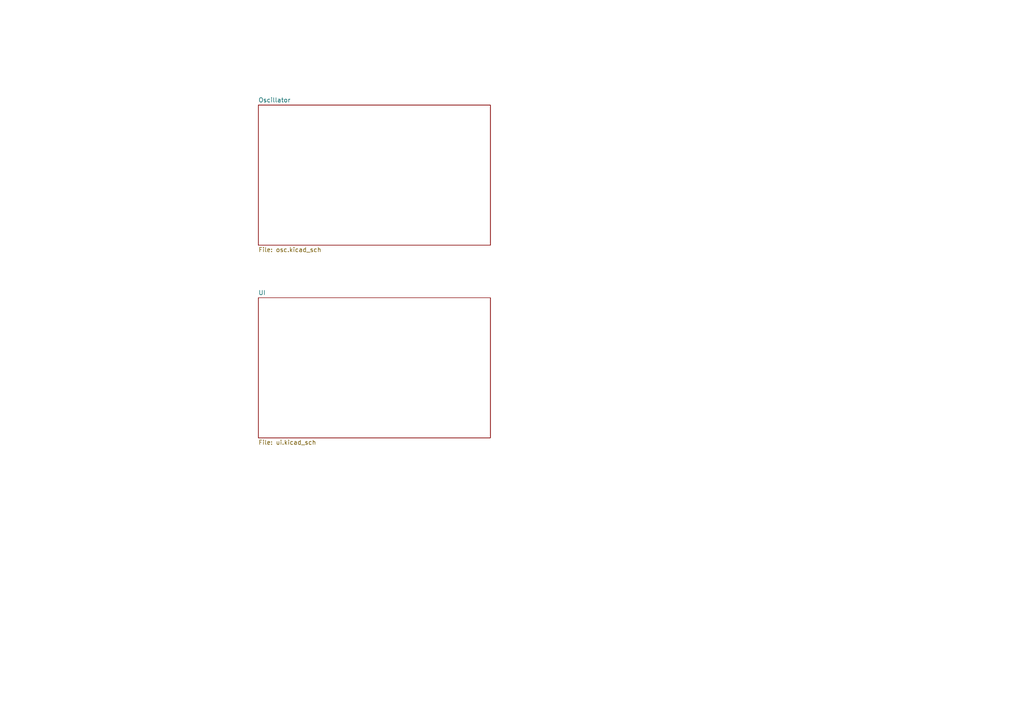
<source format=kicad_sch>
(kicad_sch (version 20211123) (generator eeschema)

  (uuid b352ae0c-ecd4-479b-847d-f3ded444cf2f)

  (paper "A4")

  (lib_symbols
  )


  (sheet (at 74.93 30.48) (size 67.31 40.64) (fields_autoplaced)
    (stroke (width 0.1524) (type solid) (color 0 0 0 0))
    (fill (color 0 0 0 0.0000))
    (uuid 226a922f-5ac2-439b-a85a-8f1e92b1c5fa)
    (property "Sheet name" "Oscillator" (id 0) (at 74.93 29.7684 0)
      (effects (font (size 1.27 1.27)) (justify left bottom))
    )
    (property "Sheet file" "osc.kicad_sch" (id 1) (at 74.93 71.7046 0)
      (effects (font (size 1.27 1.27)) (justify left top))
    )
  )

  (sheet (at 74.93 86.36) (size 67.31 40.64) (fields_autoplaced)
    (stroke (width 0.1524) (type solid) (color 0 0 0 0))
    (fill (color 0 0 0 0.0000))
    (uuid 64d8ff08-2a0c-47d4-b091-52f1accf51c6)
    (property "Sheet name" "UI" (id 0) (at 74.93 85.6484 0)
      (effects (font (size 1.27 1.27)) (justify left bottom))
    )
    (property "Sheet file" "ui.kicad_sch" (id 1) (at 74.93 127.5846 0)
      (effects (font (size 1.27 1.27)) (justify left top))
    )
  )

  (sheet_instances
    (path "/" (page "1"))
    (path "/226a922f-5ac2-439b-a85a-8f1e92b1c5fa" (page "2"))
    (path "/64d8ff08-2a0c-47d4-b091-52f1accf51c6" (page "3"))
  )

  (symbol_instances
    (path "/226a922f-5ac2-439b-a85a-8f1e92b1c5fa/845a666c-d510-492c-a191-b8413ef61c92"
      (reference "#PWR01") (unit 1) (value "+12V") (footprint "")
    )
    (path "/226a922f-5ac2-439b-a85a-8f1e92b1c5fa/149073bc-ffae-4914-ab33-f9cdccd27abf"
      (reference "#PWR02") (unit 1) (value "-12V") (footprint "")
    )
    (path "/226a922f-5ac2-439b-a85a-8f1e92b1c5fa/a18bf444-cca8-45ef-b76b-1834ecfdcb2d"
      (reference "#PWR03") (unit 1) (value "-12V") (footprint "")
    )
    (path "/226a922f-5ac2-439b-a85a-8f1e92b1c5fa/0633b49d-298c-421e-b9d7-e9129e14861d"
      (reference "#PWR04") (unit 1) (value "GND") (footprint "")
    )
    (path "/226a922f-5ac2-439b-a85a-8f1e92b1c5fa/036129b0-730f-42e2-9f85-ab1a5d69702f"
      (reference "#PWR05") (unit 1) (value "+12V") (footprint "")
    )
    (path "/226a922f-5ac2-439b-a85a-8f1e92b1c5fa/06a23b65-c458-4081-aaa1-40d0a658a2d4"
      (reference "#PWR06") (unit 1) (value "+12V") (footprint "")
    )
    (path "/226a922f-5ac2-439b-a85a-8f1e92b1c5fa/34f8460d-f202-4e15-973c-b3dfc70fdcea"
      (reference "#PWR07") (unit 1) (value "GND") (footprint "")
    )
    (path "/226a922f-5ac2-439b-a85a-8f1e92b1c5fa/4000b1b7-11a7-4c3b-bad0-56fa4912737c"
      (reference "#PWR08") (unit 1) (value "GND") (footprint "")
    )
    (path "/226a922f-5ac2-439b-a85a-8f1e92b1c5fa/5ebbba19-51ee-4b6c-aa31-68e14a7a0569"
      (reference "#PWR09") (unit 1) (value "+VDC") (footprint "")
    )
    (path "/226a922f-5ac2-439b-a85a-8f1e92b1c5fa/fbb8f479-da94-4390-a23a-87ce541abc9a"
      (reference "#PWR010") (unit 1) (value "-VDC") (footprint "")
    )
    (path "/226a922f-5ac2-439b-a85a-8f1e92b1c5fa/5193153d-e05e-4fbb-b393-b2b7362eaa1f"
      (reference "#PWR011") (unit 1) (value "GND") (footprint "")
    )
    (path "/226a922f-5ac2-439b-a85a-8f1e92b1c5fa/11233920-aece-49e3-97f7-31b2ef93937f"
      (reference "#PWR012") (unit 1) (value "GND") (footprint "")
    )
    (path "/226a922f-5ac2-439b-a85a-8f1e92b1c5fa/ef98159b-055c-452b-a600-2fd46421177b"
      (reference "#PWR013") (unit 1) (value "GND") (footprint "")
    )
    (path "/226a922f-5ac2-439b-a85a-8f1e92b1c5fa/8b457d23-16e5-416b-80ad-f2575eee0e4a"
      (reference "#PWR014") (unit 1) (value "-12V") (footprint "")
    )
    (path "/226a922f-5ac2-439b-a85a-8f1e92b1c5fa/18d48fc4-1ef8-4692-9417-0f08a1489a6a"
      (reference "#PWR015") (unit 1) (value "+VDC") (footprint "")
    )
    (path "/226a922f-5ac2-439b-a85a-8f1e92b1c5fa/c6c1eb2b-fd5b-4c57-97df-dc5160e77577"
      (reference "#PWR016") (unit 1) (value "+12V") (footprint "")
    )
    (path "/226a922f-5ac2-439b-a85a-8f1e92b1c5fa/2b9ac8bb-b2ef-4d12-a89a-d7f6a4deff89"
      (reference "#PWR017") (unit 1) (value "-12V") (footprint "")
    )
    (path "/226a922f-5ac2-439b-a85a-8f1e92b1c5fa/c31cafdf-cc1c-42b0-9cff-cf31c774e86c"
      (reference "#PWR018") (unit 1) (value "+VDC") (footprint "")
    )
    (path "/226a922f-5ac2-439b-a85a-8f1e92b1c5fa/e9f7ddf8-b7b4-44b3-b1cf-f3a91434c4cc"
      (reference "#PWR019") (unit 1) (value "-VDC") (footprint "")
    )
    (path "/226a922f-5ac2-439b-a85a-8f1e92b1c5fa/3ac34c7d-51c3-4402-9b54-790cb5d98701"
      (reference "#PWR020") (unit 1) (value "GND") (footprint "")
    )
    (path "/226a922f-5ac2-439b-a85a-8f1e92b1c5fa/146c6b99-22d6-417f-9417-078aff20c879"
      (reference "#PWR021") (unit 1) (value "GND") (footprint "")
    )
    (path "/226a922f-5ac2-439b-a85a-8f1e92b1c5fa/39af36bb-ff71-4708-9414-837255499dc5"
      (reference "#PWR022") (unit 1) (value "+12V") (footprint "")
    )
    (path "/226a922f-5ac2-439b-a85a-8f1e92b1c5fa/2e7f41a0-cc13-4f55-915c-917e661f0cdf"
      (reference "#PWR023") (unit 1) (value "GND") (footprint "")
    )
    (path "/226a922f-5ac2-439b-a85a-8f1e92b1c5fa/68eb3379-8a97-4b2b-914b-fe31129d130d"
      (reference "#PWR024") (unit 1) (value "GND") (footprint "")
    )
    (path "/226a922f-5ac2-439b-a85a-8f1e92b1c5fa/7d85a7d0-4529-4998-9443-cf7cf49f5671"
      (reference "#PWR025") (unit 1) (value "-12V") (footprint "")
    )
    (path "/226a922f-5ac2-439b-a85a-8f1e92b1c5fa/2bea6b46-6393-464f-9aa4-1a393d052f6b"
      (reference "#PWR026") (unit 1) (value "GND") (footprint "")
    )
    (path "/226a922f-5ac2-439b-a85a-8f1e92b1c5fa/14aa5eb9-2460-4840-8115-3a4c8eee0e11"
      (reference "#PWR027") (unit 1) (value "GND") (footprint "")
    )
    (path "/226a922f-5ac2-439b-a85a-8f1e92b1c5fa/6a6340d9-d66e-499e-95ea-6951087f6293"
      (reference "#PWR028") (unit 1) (value "GND") (footprint "")
    )
    (path "/226a922f-5ac2-439b-a85a-8f1e92b1c5fa/bd5a58e9-608a-4010-b193-b404178a734e"
      (reference "#PWR029") (unit 1) (value "GND") (footprint "")
    )
    (path "/226a922f-5ac2-439b-a85a-8f1e92b1c5fa/f987ea2e-8a3e-4014-8c6d-9c7f7ccd1a69"
      (reference "#PWR030") (unit 1) (value "GND") (footprint "")
    )
    (path "/226a922f-5ac2-439b-a85a-8f1e92b1c5fa/fc9da8ca-8c62-434f-b128-efb2d66e7546"
      (reference "#PWR031") (unit 1) (value "GND") (footprint "")
    )
    (path "/226a922f-5ac2-439b-a85a-8f1e92b1c5fa/ed8b8827-81e6-40b2-a9b9-fef84e6f5a59"
      (reference "#PWR032") (unit 1) (value "GND") (footprint "")
    )
    (path "/226a922f-5ac2-439b-a85a-8f1e92b1c5fa/65898cfd-2a8f-4917-8ee6-06a6f6420ce1"
      (reference "#PWR033") (unit 1) (value "-VDC") (footprint "")
    )
    (path "/226a922f-5ac2-439b-a85a-8f1e92b1c5fa/fe7be71c-806c-4642-ac97-4cfe23403e87"
      (reference "#PWR034") (unit 1) (value "+VDC") (footprint "")
    )
    (path "/226a922f-5ac2-439b-a85a-8f1e92b1c5fa/7dc1a3b5-9e7a-401d-8472-8790e292d4bd"
      (reference "#PWR035") (unit 1) (value "+12V") (footprint "")
    )
    (path "/226a922f-5ac2-439b-a85a-8f1e92b1c5fa/ab1cd756-ee8d-4d91-bd9b-af7519a8c752"
      (reference "#PWR036") (unit 1) (value "GND") (footprint "")
    )
    (path "/226a922f-5ac2-439b-a85a-8f1e92b1c5fa/246de616-9744-4247-980e-5e24d403f3d4"
      (reference "#PWR037") (unit 1) (value "GND") (footprint "")
    )
    (path "/226a922f-5ac2-439b-a85a-8f1e92b1c5fa/529d9ed2-1fd5-46d0-83e3-d58d69bb1ebc"
      (reference "#PWR038") (unit 1) (value "GND") (footprint "")
    )
    (path "/226a922f-5ac2-439b-a85a-8f1e92b1c5fa/0d723a18-8ec1-476d-a9f4-b5ff84b08996"
      (reference "#PWR039") (unit 1) (value "GND") (footprint "")
    )
    (path "/226a922f-5ac2-439b-a85a-8f1e92b1c5fa/b783e06c-5f8f-4fc6-8a7b-3b7bed3acd14"
      (reference "#PWR040") (unit 1) (value "GND") (footprint "")
    )
    (path "/226a922f-5ac2-439b-a85a-8f1e92b1c5fa/b628d39d-4b67-4d61-97a6-7873587cdef8"
      (reference "#PWR041") (unit 1) (value "-12V") (footprint "")
    )
    (path "/226a922f-5ac2-439b-a85a-8f1e92b1c5fa/f72f6f90-a6a2-44cc-85e4-90c99db6e40d"
      (reference "#PWR042") (unit 1) (value "+12V") (footprint "")
    )
    (path "/226a922f-5ac2-439b-a85a-8f1e92b1c5fa/39d78339-abe7-4984-8b5e-bee7f6adb5a2"
      (reference "#PWR043") (unit 1) (value "GND") (footprint "")
    )
    (path "/64d8ff08-2a0c-47d4-b091-52f1accf51c6/7e042901-7124-4267-9e81-b344a4957850"
      (reference "#PWR044") (unit 1) (value "GND1") (footprint "")
    )
    (path "/64d8ff08-2a0c-47d4-b091-52f1accf51c6/75349622-a48a-42e0-bb6d-980c6a73a41c"
      (reference "#PWR045") (unit 1) (value "GND1") (footprint "")
    )
    (path "/64d8ff08-2a0c-47d4-b091-52f1accf51c6/704b9c4f-3816-4d3a-bb48-bbefdfdbc933"
      (reference "#PWR046") (unit 1) (value "GND1") (footprint "")
    )
    (path "/64d8ff08-2a0c-47d4-b091-52f1accf51c6/13930a00-2767-46fa-8798-4267cad03bbe"
      (reference "#PWR047") (unit 1) (value "GND1") (footprint "")
    )
    (path "/64d8ff08-2a0c-47d4-b091-52f1accf51c6/15ac21ae-f9cb-44b3-a829-11afb5bf7364"
      (reference "#PWR048") (unit 1) (value "+VSW") (footprint "")
    )
    (path "/64d8ff08-2a0c-47d4-b091-52f1accf51c6/461f7005-ea4b-4184-a695-f1b5e6045075"
      (reference "#PWR049") (unit 1) (value "-VSW") (footprint "")
    )
    (path "/64d8ff08-2a0c-47d4-b091-52f1accf51c6/511037ab-8aa3-4a0d-ae4f-6765d641fad2"
      (reference "#PWR050") (unit 1) (value "+VSW") (footprint "")
    )
    (path "/64d8ff08-2a0c-47d4-b091-52f1accf51c6/65cf0107-1ee2-4768-94b5-f62f0bad4654"
      (reference "#PWR051") (unit 1) (value "-VSW") (footprint "")
    )
    (path "/64d8ff08-2a0c-47d4-b091-52f1accf51c6/8e7377bf-9a40-419c-a412-128b1501edeb"
      (reference "#PWR052") (unit 1) (value "GND1") (footprint "")
    )
    (path "/64d8ff08-2a0c-47d4-b091-52f1accf51c6/f1053da8-5d21-49ef-9cb4-082a12bf6bec"
      (reference "#PWR053") (unit 1) (value "GND1") (footprint "")
    )
    (path "/64d8ff08-2a0c-47d4-b091-52f1accf51c6/9dc71ca7-ef46-4601-adde-fb733d7d6fe1"
      (reference "#PWR054") (unit 1) (value "GND1") (footprint "")
    )
    (path "/64d8ff08-2a0c-47d4-b091-52f1accf51c6/050deb1e-32fb-4606-a822-3e88eb4447b7"
      (reference "#PWR055") (unit 1) (value "GND1") (footprint "")
    )
    (path "/64d8ff08-2a0c-47d4-b091-52f1accf51c6/89b08bfd-462e-4897-9706-f2900ad93b29"
      (reference "#PWR056") (unit 1) (value "GND1") (footprint "")
    )
    (path "/64d8ff08-2a0c-47d4-b091-52f1accf51c6/79fb98aa-4d55-488e-9965-25d924e221b0"
      (reference "#PWR057") (unit 1) (value "GND1") (footprint "")
    )
    (path "/64d8ff08-2a0c-47d4-b091-52f1accf51c6/f876001e-6a3e-4689-88ac-602ee9c55e3c"
      (reference "#PWR058") (unit 1) (value "GND1") (footprint "")
    )
    (path "/64d8ff08-2a0c-47d4-b091-52f1accf51c6/cd70e062-b201-4a07-a91e-7a80ad673c65"
      (reference "#PWR059") (unit 1) (value "+VSW") (footprint "")
    )
    (path "/64d8ff08-2a0c-47d4-b091-52f1accf51c6/f75fa4c3-87ef-4548-bfda-a330162e2ec9"
      (reference "#PWR060") (unit 1) (value "GND1") (footprint "")
    )
    (path "/64d8ff08-2a0c-47d4-b091-52f1accf51c6/bf9e00a4-485f-49e0-bd70-9fa068ec7433"
      (reference "#PWR061") (unit 1) (value "-VSW") (footprint "")
    )
    (path "/226a922f-5ac2-439b-a85a-8f1e92b1c5fa/bbc585f2-b4c5-4ef1-8884-539e7428df7f"
      (reference "C1") (unit 1) (value "100n") (footprint "Capacitor_SMD:C_0603_1608Metric")
    )
    (path "/226a922f-5ac2-439b-a85a-8f1e92b1c5fa/91aa030c-cd7a-4bf6-a3e6-bccd5e0d552c"
      (reference "C2") (unit 1) (value "100n") (footprint "Capacitor_SMD:C_0603_1608Metric")
    )
    (path "/226a922f-5ac2-439b-a85a-8f1e92b1c5fa/70c43cc4-553c-437f-9319-f8c506d2360c"
      (reference "C3") (unit 1) (value "100n") (footprint "Capacitor_SMD:C_0603_1608Metric")
    )
    (path "/226a922f-5ac2-439b-a85a-8f1e92b1c5fa/3f59a12a-5565-40bb-b32d-0f1bd9a2fc63"
      (reference "C4") (unit 1) (value "100p") (footprint "Capacitor_SMD:C_0603_1608Metric")
    )
    (path "/226a922f-5ac2-439b-a85a-8f1e92b1c5fa/75064a56-0a0c-49cb-82b4-412144800932"
      (reference "C5") (unit 1) (value "2200p") (footprint "Capacitor_SMD:C_0805_2012Metric")
    )
    (path "/226a922f-5ac2-439b-a85a-8f1e92b1c5fa/7aa4ba3f-8ed6-4af4-965a-bf3840b0ba75"
      (reference "C6") (unit 1) (value "220p") (footprint "Capacitor_SMD:C_0603_1608Metric")
    )
    (path "/226a922f-5ac2-439b-a85a-8f1e92b1c5fa/760ae96c-02a4-4da7-b6f9-78eb9d27c747"
      (reference "C7") (unit 1) (value "100n") (footprint "Capacitor_SMD:C_0603_1608Metric")
    )
    (path "/226a922f-5ac2-439b-a85a-8f1e92b1c5fa/5feb2451-77d3-4820-831c-d6ff26f7ca05"
      (reference "C8") (unit 1) (value "10p") (footprint "Capacitor_SMD:C_0603_1608Metric")
    )
    (path "/226a922f-5ac2-439b-a85a-8f1e92b1c5fa/079e7ee5-246f-4d56-830e-c74c7f0ff0bc"
      (reference "C9") (unit 1) (value "47p") (footprint "Capacitor_SMD:C_0603_1608Metric")
    )
    (path "/226a922f-5ac2-439b-a85a-8f1e92b1c5fa/10a29d4f-889a-4436-a05e-50f9608921e3"
      (reference "C10") (unit 1) (value "100n") (footprint "Capacitor_SMD:C_0603_1608Metric")
    )
    (path "/226a922f-5ac2-439b-a85a-8f1e92b1c5fa/9d95df17-28dd-48b2-8022-b76561d40fee"
      (reference "C11") (unit 1) (value "100n") (footprint "Capacitor_SMD:C_0603_1608Metric")
    )
    (path "/226a922f-5ac2-439b-a85a-8f1e92b1c5fa/1bdb8d5b-8060-49dd-b753-8985e7684076"
      (reference "C12") (unit 1) (value "47p") (footprint "Capacitor_SMD:C_0603_1608Metric")
    )
    (path "/226a922f-5ac2-439b-a85a-8f1e92b1c5fa/14170054-2b93-45d8-9aca-cf00f632bc60"
      (reference "C13") (unit 1) (value "22u") (footprint "Capacitor_SMD:C_1206_3216Metric")
    )
    (path "/226a922f-5ac2-439b-a85a-8f1e92b1c5fa/61999c86-0841-4978-b830-03fb90399ac2"
      (reference "C14") (unit 1) (value "22u") (footprint "Capacitor_SMD:C_1206_3216Metric")
    )
    (path "/226a922f-5ac2-439b-a85a-8f1e92b1c5fa/4299c95d-d023-48bb-a76f-27b2ce274c21"
      (reference "D1") (unit 1) (value "1N4148WS") (footprint "Diode_SMD:D_SOD-323")
    )
    (path "/226a922f-5ac2-439b-a85a-8f1e92b1c5fa/0721ae74-e750-4401-8d63-122584c77e6e"
      (reference "D2") (unit 1) (value "1N4148WS") (footprint "Diode_SMD:D_SOD-323")
    )
    (path "/226a922f-5ac2-439b-a85a-8f1e92b1c5fa/f1b0cd72-9e15-4d7d-8199-896754d837c1"
      (reference "D3") (unit 1) (value "1N4148WS") (footprint "Diode_SMD:D_SOD-323")
    )
    (path "/226a922f-5ac2-439b-a85a-8f1e92b1c5fa/744fb7df-b410-4934-8ca2-4c9ee4e99f40"
      (reference "D4") (unit 1) (value "1N4148WS") (footprint "Diode_SMD:D_SOD-323")
    )
    (path "/226a922f-5ac2-439b-a85a-8f1e92b1c5fa/09bbab5c-1079-40df-bd75-ee85df4e626d"
      (reference "D5") (unit 1) (value "1N4148WS") (footprint "Diode_SMD:D_SOD-323")
    )
    (path "/226a922f-5ac2-439b-a85a-8f1e92b1c5fa/f65d9763-a145-4239-b00f-08766401e2ed"
      (reference "D6") (unit 1) (value "1N4148WS") (footprint "Diode_SMD:D_SOD-323")
    )
    (path "/226a922f-5ac2-439b-a85a-8f1e92b1c5fa/2ef3af19-d25f-404c-a856-d6a65344c9bd"
      (reference "J1") (unit 1) (value "Conn_01x12") (footprint "Connector_PinHeader_2.54mm:PinHeader_1x12_P2.54mm_Vertical")
    )
    (path "/226a922f-5ac2-439b-a85a-8f1e92b1c5fa/26f651f6-6ee6-40b7-87f8-1ecd3e8348b7"
      (reference "J2") (unit 1) (value "Conn_01x12") (footprint "Connector_PinHeader_2.54mm:PinHeader_1x12_P2.54mm_Vertical")
    )
    (path "/64d8ff08-2a0c-47d4-b091-52f1accf51c6/d8ce8cad-80bd-45c3-8406-e778fc94d3f6"
      (reference "J3") (unit 1) (value "AudioJack2_SwitchT") (footprint "Connector_Audio:Jack_3.5mm_QingPu_WQP-PJ398SM_Vertical_CircularHoles")
    )
    (path "/64d8ff08-2a0c-47d4-b091-52f1accf51c6/1b9c1029-d484-4fa3-9ef5-1f130cf9a902"
      (reference "J4") (unit 1) (value "AudioJack2_SwitchT") (footprint "Connector_Audio:Jack_3.5mm_QingPu_WQP-PJ398SM_Vertical_CircularHoles")
    )
    (path "/64d8ff08-2a0c-47d4-b091-52f1accf51c6/2cce5c52-1e96-454c-86c5-3cd3bdb28627"
      (reference "J5") (unit 1) (value "AudioJack2_SwitchT") (footprint "Connector_Audio:Jack_3.5mm_QingPu_WQP-PJ398SM_Vertical_CircularHoles")
    )
    (path "/64d8ff08-2a0c-47d4-b091-52f1accf51c6/738ba716-b144-4d9d-a97f-9a5e3edc1787"
      (reference "J6") (unit 1) (value "AudioJack2_SwitchT") (footprint "Connector_Audio:Jack_3.5mm_QingPu_WQP-PJ398SM_Vertical_CircularHoles")
    )
    (path "/64d8ff08-2a0c-47d4-b091-52f1accf51c6/eb97a13a-1f65-4bd8-b450-88c0e81da30e"
      (reference "J7") (unit 1) (value "AudioJack2_SwitchT") (footprint "Connector_Audio:Jack_3.5mm_QingPu_WQP-PJ398SM_Vertical_CircularHoles")
    )
    (path "/64d8ff08-2a0c-47d4-b091-52f1accf51c6/de47bec0-4ad2-4d46-a9d4-6c40cbdae97e"
      (reference "J8") (unit 1) (value "AudioJack2_SwitchT") (footprint "Connector_Audio:Jack_3.5mm_QingPu_WQP-PJ398SM_Vertical_CircularHoles")
    )
    (path "/64d8ff08-2a0c-47d4-b091-52f1accf51c6/12389d54-d624-41f9-9f0e-42a9874cbbdd"
      (reference "J9") (unit 1) (value "AudioJack2_SwitchT") (footprint "Connector_Audio:Jack_3.5mm_QingPu_WQP-PJ398SM_Vertical_CircularHoles")
    )
    (path "/64d8ff08-2a0c-47d4-b091-52f1accf51c6/ccc6cd7c-1014-4dd8-b69b-929d014ef847"
      (reference "J10") (unit 1) (value "AudioJack2_SwitchT") (footprint "Connector_Audio:Jack_3.5mm_QingPu_WQP-PJ398SM_Vertical_CircularHoles")
    )
    (path "/64d8ff08-2a0c-47d4-b091-52f1accf51c6/f14ade47-62ea-4619-af73-409ceea0431f"
      (reference "J11") (unit 1) (value "Conn_01x03") (footprint "Connector_PinHeader_2.54mm:PinHeader_1x03_P2.54mm_Vertical")
    )
    (path "/64d8ff08-2a0c-47d4-b091-52f1accf51c6/08adada3-b2a2-4fef-87dd-3c4130a15104"
      (reference "J12") (unit 1) (value "Conn_01x03") (footprint "Connector_PinHeader_2.54mm:PinHeader_1x03_P2.54mm_Vertical")
    )
    (path "/64d8ff08-2a0c-47d4-b091-52f1accf51c6/a66facbd-5499-4ed9-b82c-7b067eb7d638"
      (reference "J13") (unit 1) (value "Conn_01x12") (footprint "Connector_PinHeader_2.54mm:PinHeader_1x12_P2.54mm_Vertical")
    )
    (path "/64d8ff08-2a0c-47d4-b091-52f1accf51c6/8bef40aa-5625-43da-a7fb-fef3859dc545"
      (reference "J14") (unit 1) (value "Conn_01x12") (footprint "Connector_PinHeader_2.54mm:PinHeader_1x12_P2.54mm_Vertical")
    )
    (path "/226a922f-5ac2-439b-a85a-8f1e92b1c5fa/35e3a09a-9254-4775-907c-2d1f9c4008d4"
      (reference "P1") (unit 1) (value "Eurorack_10pin_power") (footprint "Connector_PinHeader_2.54mm:PinHeader_2x05_P2.54mm_Vertical")
    )
    (path "/226a922f-5ac2-439b-a85a-8f1e92b1c5fa/98b3786a-98a7-42fa-8fca-10ea6a919f82"
      (reference "Q1") (unit 1) (value "BCM847") (footprint "project_oscillator:SOT-457, SC-74")
    )
    (path "/226a922f-5ac2-439b-a85a-8f1e92b1c5fa/e6efbdf3-51c8-4cf4-86ee-f081c3da0fc3"
      (reference "Q2") (unit 1) (value "MMBFJ108") (footprint "Package_TO_SOT_SMD:SC-59")
    )
    (path "/226a922f-5ac2-439b-a85a-8f1e92b1c5fa/15bc015c-7afb-427a-83cc-674e31456083"
      (reference "R1") (unit 1) (value "100k") (footprint "Resistor_SMD:R_0603_1608Metric")
    )
    (path "/226a922f-5ac2-439b-a85a-8f1e92b1c5fa/77cbc501-2ca5-4ec4-a6c2-232d9248a083"
      (reference "R2") (unit 1) (value "100k") (footprint "Resistor_SMD:R_0603_1608Metric")
    )
    (path "/226a922f-5ac2-439b-a85a-8f1e92b1c5fa/d5989401-ffed-4046-9dff-5a880814480b"
      (reference "R3") (unit 1) (value "100k") (footprint "Resistor_SMD:R_0603_1608Metric")
    )
    (path "/226a922f-5ac2-439b-a85a-8f1e92b1c5fa/33c2ce81-d980-4146-8567-3c93c950b8bd"
      (reference "R4") (unit 1) (value "220k") (footprint "Resistor_SMD:R_0603_1608Metric")
    )
    (path "/226a922f-5ac2-439b-a85a-8f1e92b1c5fa/d6659ffd-a23c-4d3b-a14e-e95c1ed5d37d"
      (reference "R5") (unit 1) (value "3M3") (footprint "Resistor_SMD:R_0603_1608Metric")
    )
    (path "/226a922f-5ac2-439b-a85a-8f1e92b1c5fa/5335a71b-2d1d-40d1-be4c-36fac28b194a"
      (reference "R6") (unit 1) (value "470k") (footprint "Resistor_SMD:R_0603_1608Metric")
    )
    (path "/226a922f-5ac2-439b-a85a-8f1e92b1c5fa/6acac382-3a70-4fe2-a8d0-e5fb81e6d25e"
      (reference "R7") (unit 1) (value "33k") (footprint "Resistor_SMD:R_0603_1608Metric")
    )
    (path "/226a922f-5ac2-439b-a85a-8f1e92b1c5fa/8983533a-672e-4a3f-810e-63227a7a8cff"
      (reference "R8") (unit 1) (value "68k") (footprint "Resistor_SMD:R_0603_1608Metric")
    )
    (path "/226a922f-5ac2-439b-a85a-8f1e92b1c5fa/a5dce8b3-7ab9-4461-ad21-4479497cfe92"
      (reference "R9") (unit 1) (value "22k") (footprint "Resistor_SMD:R_0603_1608Metric")
    )
    (path "/226a922f-5ac2-439b-a85a-8f1e92b1c5fa/3c5271dd-7451-4837-8aed-e4d3c2d54460"
      (reference "R10") (unit 1) (value "22k") (footprint "Resistor_SMD:R_0603_1608Metric")
    )
    (path "/226a922f-5ac2-439b-a85a-8f1e92b1c5fa/9f3ba387-2cba-48ed-ab2d-13034c517cc8"
      (reference "R11") (unit 1) (value "50k") (footprint "Resistor_SMD:R_0603_1608Metric")
    )
    (path "/226a922f-5ac2-439b-a85a-8f1e92b1c5fa/adba5a46-7a79-4a45-93ac-9ece85148abb"
      (reference "R12") (unit 1) (value "100k") (footprint "Resistor_SMD:R_0603_1608Metric")
    )
    (path "/226a922f-5ac2-439b-a85a-8f1e92b1c5fa/7ae50e42-ad09-4b03-84db-776e8c298309"
      (reference "R13") (unit 1) (value "22k") (footprint "Resistor_SMD:R_0603_1608Metric")
    )
    (path "/226a922f-5ac2-439b-a85a-8f1e92b1c5fa/dbcd545d-7cb0-42eb-ad07-f0c563c073e5"
      (reference "R14") (unit 1) (value "1M") (footprint "Resistor_SMD:R_0603_1608Metric")
    )
    (path "/226a922f-5ac2-439b-a85a-8f1e92b1c5fa/e5f95019-f6bc-43b9-b6a4-502787558394"
      (reference "R15") (unit 1) (value "1M") (footprint "Resistor_SMD:R_0603_1608Metric")
    )
    (path "/226a922f-5ac2-439b-a85a-8f1e92b1c5fa/8885dd54-8996-4e34-9b5c-55d23d3677b8"
      (reference "R16") (unit 1) (value "100k") (footprint "Resistor_SMD:R_0603_1608Metric")
    )
    (path "/226a922f-5ac2-439b-a85a-8f1e92b1c5fa/382745f8-8e37-4ce7-a2ad-ecba074c2bef"
      (reference "R17") (unit 1) (value "10k") (footprint "Resistor_SMD:R_0603_1608Metric")
    )
    (path "/226a922f-5ac2-439b-a85a-8f1e92b1c5fa/6340c504-c965-4c70-bb56-57924e02ff68"
      (reference "R18") (unit 1) (value "33k") (footprint "Resistor_SMD:R_0603_1608Metric")
    )
    (path "/226a922f-5ac2-439b-a85a-8f1e92b1c5fa/633ca46e-7ce0-478c-bea5-08ee988e6cf5"
      (reference "R19") (unit 1) (value "7k5") (footprint "Resistor_SMD:R_0603_1608Metric")
    )
    (path "/226a922f-5ac2-439b-a85a-8f1e92b1c5fa/cbbf09b8-e36f-4a08-a82f-0864088fce39"
      (reference "R20") (unit 1) (value "7k5") (footprint "Resistor_SMD:R_0603_1608Metric")
    )
    (path "/226a922f-5ac2-439b-a85a-8f1e92b1c5fa/6ff652c7-f967-4830-b610-f09924d6c5a0"
      (reference "R21") (unit 1) (value "5k6") (footprint "Resistor_SMD:R_0603_1608Metric")
    )
    (path "/226a922f-5ac2-439b-a85a-8f1e92b1c5fa/dd413e06-7201-441f-960a-a4b9974b3aa1"
      (reference "R22") (unit 1) (value "82k") (footprint "Resistor_SMD:R_0603_1608Metric")
    )
    (path "/226a922f-5ac2-439b-a85a-8f1e92b1c5fa/0f45109f-2ec6-406f-ad35-9033aad72b8d"
      (reference "R23") (unit 1) (value "1M") (footprint "Resistor_SMD:R_0603_1608Metric")
    )
    (path "/226a922f-5ac2-439b-a85a-8f1e92b1c5fa/c4b25d50-bceb-4926-b68e-ad5f30cc4444"
      (reference "R24") (unit 1) (value "100k") (footprint "Resistor_SMD:R_0603_1608Metric")
    )
    (path "/226a922f-5ac2-439b-a85a-8f1e92b1c5fa/b993f1e1-6ce3-4d4a-90a7-631d6ca6854b"
      (reference "R25") (unit 1) (value "10k") (footprint "Resistor_SMD:R_0603_1608Metric")
    )
    (path "/226a922f-5ac2-439b-a85a-8f1e92b1c5fa/012added-9c2a-493c-94a8-a404fe9ac6fa"
      (reference "R26") (unit 1) (value "10k") (footprint "Resistor_SMD:R_0603_1608Metric")
    )
    (path "/226a922f-5ac2-439b-a85a-8f1e92b1c5fa/cb00bf53-65b3-4c9a-894b-915b5a154ce1"
      (reference "R27") (unit 1) (value "10k") (footprint "Resistor_SMD:R_0603_1608Metric")
    )
    (path "/226a922f-5ac2-439b-a85a-8f1e92b1c5fa/09610015-075d-4eb9-a008-628b72ed2d2c"
      (reference "R28") (unit 1) (value "220k") (footprint "Resistor_SMD:R_0603_1608Metric")
    )
    (path "/226a922f-5ac2-439b-a85a-8f1e92b1c5fa/3597300d-f92c-4d2c-ba17-34ab2ea7cb3c"
      (reference "R29") (unit 1) (value "180k") (footprint "Resistor_SMD:R_0603_1608Metric")
    )
    (path "/226a922f-5ac2-439b-a85a-8f1e92b1c5fa/ee924ea1-75cf-4e2c-ad92-f05647c9f0af"
      (reference "R30") (unit 1) (value "100k") (footprint "Resistor_SMD:R_0603_1608Metric")
    )
    (path "/226a922f-5ac2-439b-a85a-8f1e92b1c5fa/696c9d9b-8580-425f-aa5b-89f8160df1d4"
      (reference "R31") (unit 1) (value "100k") (footprint "Resistor_SMD:R_0603_1608Metric")
    )
    (path "/226a922f-5ac2-439b-a85a-8f1e92b1c5fa/b663be83-fb7b-497d-84c8-dcedbee23d1c"
      (reference "R32") (unit 1) (value "10k") (footprint "Resistor_SMD:R_0603_1608Metric")
    )
    (path "/226a922f-5ac2-439b-a85a-8f1e92b1c5fa/da73c44d-cd97-43d8-9136-bb502355cf03"
      (reference "R33") (unit 1) (value "100k") (footprint "Resistor_SMD:R_0603_1608Metric")
    )
    (path "/226a922f-5ac2-439b-a85a-8f1e92b1c5fa/deac4af2-f0fd-47ca-9c09-560104447439"
      (reference "R34") (unit 1) (value "10k") (footprint "Resistor_SMD:R_0603_1608Metric")
    )
    (path "/226a922f-5ac2-439b-a85a-8f1e92b1c5fa/4583ba84-2e64-40e4-ace1-b5b09a5060e7"
      (reference "R35") (unit 1) (value "100k") (footprint "Resistor_SMD:R_0603_1608Metric")
    )
    (path "/226a922f-5ac2-439b-a85a-8f1e92b1c5fa/f7a6af16-8ca5-49dc-aa32-967b23a09738"
      (reference "R36") (unit 1) (value "100k") (footprint "Resistor_SMD:R_0603_1608Metric")
    )
    (path "/226a922f-5ac2-439b-a85a-8f1e92b1c5fa/74698909-04da-4180-b7d8-34f51d34ec01"
      (reference "R37") (unit 1) (value "100k") (footprint "Resistor_SMD:R_0603_1608Metric")
    )
    (path "/226a922f-5ac2-439b-a85a-8f1e92b1c5fa/f29ac266-3d11-48ec-85bf-bb323cb43aca"
      (reference "R38") (unit 1) (value "10k") (footprint "Resistor_SMD:R_0603_1608Metric")
    )
    (path "/226a922f-5ac2-439b-a85a-8f1e92b1c5fa/5b81e231-8eaa-4e84-9a22-dda0db2cea1b"
      (reference "R39") (unit 1) (value "4k7") (footprint "Resistor_SMD:R_0603_1608Metric")
    )
    (path "/226a922f-5ac2-439b-a85a-8f1e92b1c5fa/83e187b7-cab6-497a-94e6-0fa4b67c17ad"
      (reference "R40") (unit 1) (value "50k") (footprint "Resistor_SMD:R_0603_1608Metric")
    )
    (path "/226a922f-5ac2-439b-a85a-8f1e92b1c5fa/32d941ca-07e1-47e9-81e5-6cbd94c5e583"
      (reference "R41") (unit 1) (value "1k") (footprint "Resistor_SMD:R_0603_1608Metric")
    )
    (path "/226a922f-5ac2-439b-a85a-8f1e92b1c5fa/cca18124-3066-4a02-a2fb-f018e68fe055"
      (reference "R42") (unit 1) (value "1k") (footprint "Resistor_SMD:R_0603_1608Metric")
    )
    (path "/226a922f-5ac2-439b-a85a-8f1e92b1c5fa/ae26ff0d-43fc-4524-84e1-ffa81d668240"
      (reference "R43") (unit 1) (value "150k") (footprint "Resistor_SMD:R_0603_1608Metric")
    )
    (path "/226a922f-5ac2-439b-a85a-8f1e92b1c5fa/e41fe321-6620-4aa0-a0f9-0af2ceabdad9"
      (reference "R44") (unit 1) (value "200k") (footprint "Resistor_SMD:R_0603_1608Metric")
    )
    (path "/226a922f-5ac2-439b-a85a-8f1e92b1c5fa/44010c3f-c2d4-4ed3-9ce7-2236ff84a47d"
      (reference "R45") (unit 1) (value "1k") (footprint "Resistor_SMD:R_0603_1608Metric")
    )
    (path "/226a922f-5ac2-439b-a85a-8f1e92b1c5fa/845984cb-9f63-49b1-9015-e0a7f613f8e8"
      (reference "R46") (unit 1) (value "1k5") (footprint "Resistor_SMD:R_0603_1608Metric")
    )
    (path "/226a922f-5ac2-439b-a85a-8f1e92b1c5fa/b94b08e0-8a72-4c91-b468-6695aebfd98e"
      (reference "R47") (unit 1) (value "150k") (footprint "Resistor_SMD:R_0603_1608Metric")
    )
    (path "/226a922f-5ac2-439b-a85a-8f1e92b1c5fa/b644eb14-63e0-4636-96c3-ce31febbf831"
      (reference "R48") (unit 1) (value "15k") (footprint "Resistor_SMD:R_0603_1608Metric")
    )
    (path "/226a922f-5ac2-439b-a85a-8f1e92b1c5fa/2d479655-f2fd-4e9d-a47d-36d6f43651e4"
      (reference "R49") (unit 1) (value "22k") (footprint "Resistor_SMD:R_0603_1608Metric")
    )
    (path "/226a922f-5ac2-439b-a85a-8f1e92b1c5fa/1aa98b62-440d-4aa3-a0f9-2199bc6577ff"
      (reference "R50") (unit 1) (value "10R") (footprint "Resistor_SMD:R_0603_1608Metric")
    )
    (path "/226a922f-5ac2-439b-a85a-8f1e92b1c5fa/538282f0-120f-4a53-838e-b0af4d238082"
      (reference "R51") (unit 1) (value "10R") (footprint "Resistor_SMD:R_0603_1608Metric")
    )
    (path "/226a922f-5ac2-439b-a85a-8f1e92b1c5fa/96388c12-db0c-4cd7-b6ec-29e28111b08d"
      (reference "R52") (unit 1) (value "1k") (footprint "Resistor_SMD:R_0603_1608Metric")
    )
    (path "/226a922f-5ac2-439b-a85a-8f1e92b1c5fa/2956d091-2aba-4184-a6c6-bef1558eaf14"
      (reference "RV1") (unit 1) (value "220k") (footprint "Potentiometer_THT:Potentiometer_Bourns_3296W_Vertical")
    )
    (path "/226a922f-5ac2-439b-a85a-8f1e92b1c5fa/8edd5739-0336-4190-afe7-505f5aa00688"
      (reference "RV2") (unit 1) (value "25k") (footprint "Potentiometer_THT:Potentiometer_Bourns_3296W_Vertical")
    )
    (path "/226a922f-5ac2-439b-a85a-8f1e92b1c5fa/181e2395-1066-4cb1-a3f3-cb9906969f1d"
      (reference "RV3") (unit 1) (value "10k") (footprint "Potentiometer_THT:Potentiometer_Bourns_3296W_Vertical")
    )
    (path "/226a922f-5ac2-439b-a85a-8f1e92b1c5fa/a358b316-e110-4106-95c7-ada124f0ff74"
      (reference "RV4") (unit 1) (value "47k") (footprint "Potentiometer_THT:Potentiometer_Bourns_3296W_Vertical")
    )
    (path "/64d8ff08-2a0c-47d4-b091-52f1accf51c6/4d75eb7d-a7b0-4fd0-8cfb-99212dea5b05"
      (reference "RV5") (unit 1) (value "R_Potentiometer") (footprint "Potentiometer_THT:Potentiometer_Alpha_RD901F-40-00D_Single_Vertical_CircularHoles")
    )
    (path "/64d8ff08-2a0c-47d4-b091-52f1accf51c6/591d3693-359a-4ac7-b03a-cf66bbb83c40"
      (reference "RV6") (unit 1) (value "R_Potentiometer") (footprint "Potentiometer_THT:Potentiometer_Alpha_RD901F-40-00D_Single_Vertical_CircularHoles")
    )
    (path "/64d8ff08-2a0c-47d4-b091-52f1accf51c6/77b39fe5-4a1b-4bb3-a5cf-ac69a26dd7fa"
      (reference "RV7") (unit 1) (value "R_Potentiometer") (footprint "Potentiometer_THT:Potentiometer_Alpha_RD901F-40-00D_Single_Vertical_CircularHoles")
    )
    (path "/64d8ff08-2a0c-47d4-b091-52f1accf51c6/0f98137f-92a5-454e-8b60-31e7c3f4a16e"
      (reference "RV8") (unit 1) (value "R_Potentiometer") (footprint "Potentiometer_THT:Potentiometer_Alpha_RD901F-40-00D_Single_Vertical_CircularHoles")
    )
    (path "/64d8ff08-2a0c-47d4-b091-52f1accf51c6/27fa20ae-2e67-4919-b11d-dcaa19446ef4"
      (reference "RV9") (unit 1) (value "R_Potentiometer") (footprint "Potentiometer_THT:Potentiometer_Alpha_RD901F-40-00D_Single_Vertical_CircularHoles")
    )
    (path "/226a922f-5ac2-439b-a85a-8f1e92b1c5fa/af52043d-b83f-4206-88fd-0af042ec73e3"
      (reference "TH1") (unit 1) (value "PT1000") (footprint "Resistor_SMD:R_0603_1608Metric")
    )
    (path "/226a922f-5ac2-439b-a85a-8f1e92b1c5fa/63764dd8-3c2f-4e30-a115-02ca3bcbe0db"
      (reference "TP1") (unit 1) (value "TestPoint") (footprint "TestPoint:TestPoint_THTPad_D1.0mm_Drill0.5mm")
    )
    (path "/226a922f-5ac2-439b-a85a-8f1e92b1c5fa/5ed746cd-b422-471e-bf89-4792a549778f"
      (reference "TP2") (unit 1) (value "TestPoint") (footprint "TestPoint:TestPoint_THTPad_D1.0mm_Drill0.5mm")
    )
    (path "/226a922f-5ac2-439b-a85a-8f1e92b1c5fa/170762be-0f20-466d-a55f-8857a345c07b"
      (reference "TP3") (unit 1) (value "TestPoint") (footprint "TestPoint:TestPoint_THTPad_D1.0mm_Drill0.5mm")
    )
    (path "/226a922f-5ac2-439b-a85a-8f1e92b1c5fa/d43d7e70-0911-4a8b-9d40-01256aa239eb"
      (reference "TP4") (unit 1) (value "TestPoint") (footprint "TestPoint:TestPoint_THTPad_D1.0mm_Drill0.5mm")
    )
    (path "/226a922f-5ac2-439b-a85a-8f1e92b1c5fa/207a9b68-ea21-467f-b341-b6143b5f6353"
      (reference "TP5") (unit 1) (value "TestPoint") (footprint "TestPoint:TestPoint_THTPad_D1.0mm_Drill0.5mm")
    )
    (path "/226a922f-5ac2-439b-a85a-8f1e92b1c5fa/fa7bcdd4-5b4e-46dd-8cae-c05054e89205"
      (reference "TP6") (unit 1) (value "TestPoint") (footprint "TestPoint:TestPoint_THTPad_D1.0mm_Drill0.5mm")
    )
    (path "/226a922f-5ac2-439b-a85a-8f1e92b1c5fa/ef1996fe-d8cb-4f99-a184-b5bf7c3ed183"
      (reference "U1") (unit 1) (value "TL084") (footprint "Package_SO:TSSOP-14_4.4x5mm_P0.65mm")
    )
    (path "/226a922f-5ac2-439b-a85a-8f1e92b1c5fa/da44bec0-5e52-408d-b674-4ba1fb9ec6fc"
      (reference "U1") (unit 2) (value "TL084") (footprint "Package_SO:TSSOP-14_4.4x5mm_P0.65mm")
    )
    (path "/226a922f-5ac2-439b-a85a-8f1e92b1c5fa/964ffedb-5199-4eff-8e2a-eec5f699406d"
      (reference "U1") (unit 3) (value "TL084") (footprint "Package_SO:TSSOP-14_4.4x5mm_P0.65mm")
    )
    (path "/226a922f-5ac2-439b-a85a-8f1e92b1c5fa/e988275a-b7d2-49a9-af73-a7e39baf416d"
      (reference "U1") (unit 4) (value "TL084") (footprint "Package_SO:TSSOP-14_4.4x5mm_P0.65mm")
    )
    (path "/226a922f-5ac2-439b-a85a-8f1e92b1c5fa/26295f02-c0d1-48f1-a10f-68ad551349a4"
      (reference "U1") (unit 5) (value "TL084") (footprint "Package_SO:TSSOP-14_4.4x5mm_P0.65mm")
    )
    (path "/226a922f-5ac2-439b-a85a-8f1e92b1c5fa/fe216655-75ea-42b3-9334-827e2a2f3460"
      (reference "U2") (unit 1) (value "TL084") (footprint "Package_SO:TSSOP-14_4.4x5mm_P0.65mm")
    )
    (path "/226a922f-5ac2-439b-a85a-8f1e92b1c5fa/bd827c8d-f539-4372-bec2-11d1e3e9614a"
      (reference "U2") (unit 2) (value "TL084") (footprint "Package_SO:TSSOP-14_4.4x5mm_P0.65mm")
    )
    (path "/226a922f-5ac2-439b-a85a-8f1e92b1c5fa/3cccd02e-6d12-4d51-add3-ae68af40768a"
      (reference "U2") (unit 3) (value "TL084") (footprint "Package_SO:TSSOP-14_4.4x5mm_P0.65mm")
    )
    (path "/226a922f-5ac2-439b-a85a-8f1e92b1c5fa/68e861c9-5783-4429-b53e-47c44f126fbf"
      (reference "U2") (unit 4) (value "TL084") (footprint "Package_SO:TSSOP-14_4.4x5mm_P0.65mm")
    )
    (path "/226a922f-5ac2-439b-a85a-8f1e92b1c5fa/29d6e733-735d-4e2f-b6aa-eb0ba89bf355"
      (reference "U2") (unit 5) (value "TL084") (footprint "Package_SO:TSSOP-14_4.4x5mm_P0.65mm")
    )
    (path "/226a922f-5ac2-439b-a85a-8f1e92b1c5fa/e8268536-dcc6-4884-9394-bd5f58243473"
      (reference "U3") (unit 1) (value "TL082") (footprint "Package_SO:TSSOP-8_4.4x3mm_P0.65mm")
    )
    (path "/226a922f-5ac2-439b-a85a-8f1e92b1c5fa/bb1eb7c3-84e0-4de4-8205-2524d9538b51"
      (reference "U3") (unit 2) (value "TL082") (footprint "Package_SO:TSSOP-8_4.4x3mm_P0.65mm")
    )
    (path "/226a922f-5ac2-439b-a85a-8f1e92b1c5fa/3a40e60d-ba42-4e32-bd59-a9d167735b1a"
      (reference "U3") (unit 3) (value "TL082") (footprint "Package_SO:TSSOP-8_4.4x3mm_P0.65mm")
    )
    (path "/226a922f-5ac2-439b-a85a-8f1e92b1c5fa/e2ba265f-626e-4e37-90e8-19e6fb721f3a"
      (reference "U4") (unit 1) (value "LM311") (footprint "Package_SO:TSSOP-8_4.4x3mm_P0.65mm")
    )
    (path "/226a922f-5ac2-439b-a85a-8f1e92b1c5fa/52598522-7a40-43a0-95ce-560ac70a6839"
      (reference "U5") (unit 1) (value "L79L12_SOT89") (footprint "Package_TO_SOT_SMD:SOT-89-3")
    )
    (path "/226a922f-5ac2-439b-a85a-8f1e92b1c5fa/086098e6-7664-48c6-9e22-197ea83d77e4"
      (reference "U6") (unit 1) (value "L78L12_SOT89") (footprint "Package_TO_SOT_SMD:SOT-89-3")
    )
  )
)

</source>
